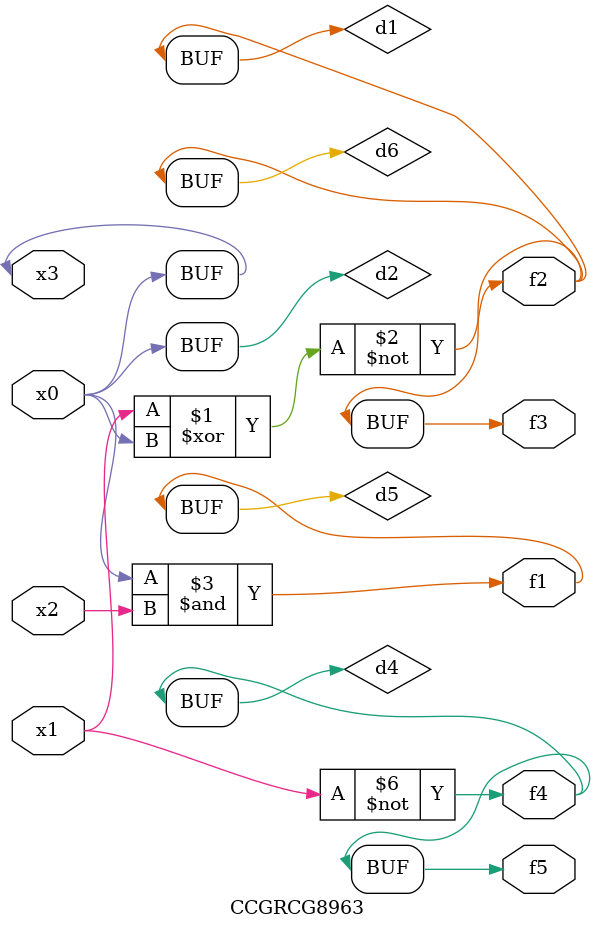
<source format=v>
module CCGRCG8963(
	input x0, x1, x2, x3,
	output f1, f2, f3, f4, f5
);

	wire d1, d2, d3, d4, d5, d6;

	xnor (d1, x1, x3);
	buf (d2, x0, x3);
	nand (d3, x0, x2);
	not (d4, x1);
	nand (d5, d3);
	or (d6, d1);
	assign f1 = d5;
	assign f2 = d6;
	assign f3 = d6;
	assign f4 = d4;
	assign f5 = d4;
endmodule

</source>
